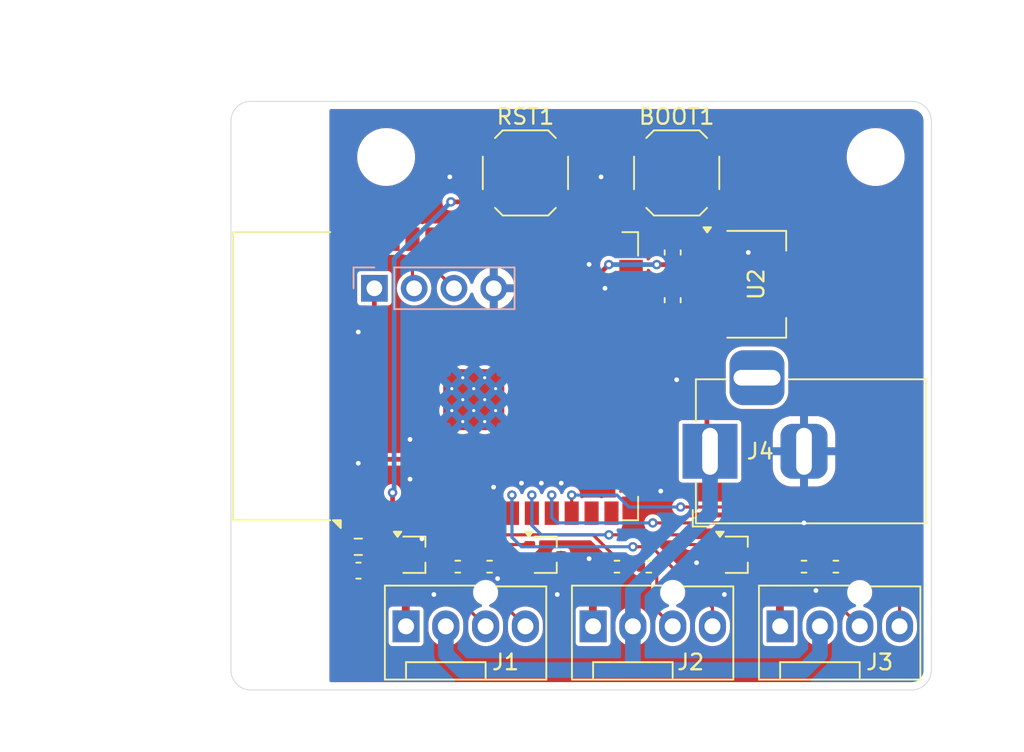
<source format=kicad_pcb>
(kicad_pcb (version 20240108) (generator "pcbnew") (generator_version "8.0")
  (layers (0 "F.Cu" signal) (31 "B.Cu" signal) (34 "B.Paste" user) (35 "F.Paste" user) (36 "B.SilkS" user "B.Silkscreen") (37 "F.SilkS" user "F.Silkscreen") (38 "B.Mask" user) (39 "F.Mask" user) (44 "Edge.Cuts" user))
  (net 0 "")
  (net 1 "fan1_PWM")
  (net 2 "GND")
  (net 3 "fan1_tach")
  (net 4 "fan2_PWM")
  (net 5 "fan2_tach")
  (net 6 "fan3_tach")
  (net 7 "fan3_PWM")
  (net 17 "Net-(U1-EN)")
  (net 18 "TX")
  (net 22 "Net-(U1-IO0)")
  (net 31 "fan3_tach_scaled")
  (net 32 "RX")
  (net 33 "+3V3")
  (net 34 "+12V")
  (net 35 "Net-(J1-Pin_1)")
  (net 36 "Net-(J2-Pin_1)")
  (net 37 "Net-(J3-Pin_1)")
  (net 38 "fan1_CTRL")
  (net 39 "fan2_CTRL")
  (net 40 "fan3_CTRL")
  (net 42 "fan2_tach_scaled")
  (net 43 "fan1_tach_scaled")
  (footprint "MountingHole:MountingHole_3.2mm_M3" (layer "F.Cu") (at 152.145999 78.485999)
    (property "Reference" "REF**" (hide yes))
    (property "Value" "MountingHole_3.2mm_M3")
    (pad "" np_thru_hole circle (at 0 0) (size 3.2 3.2) (drill 3.2) (layers "F&B.Cu" "*.Mask"))
  )
  (footprint "Package_TO_SOT_SMD:SOT-323_SC-70" (layer "F.Cu") (at 143.256 103.886)
    (property "Reference" "Q3" (hide yes))
    (property "Value" "Q_NMOS_GSD")
    (fp_line (start -0.68 -1.16) (end 0.73 -1.16) (stroke (width 0.12)) (layer "F.SilkS"))
    (fp_line (start -0.68 1.16) (end 0.73 1.16) (stroke (width 0.12)) (layer "F.SilkS"))
    (fp_line (start 0.73 -1.16) (end 0.73 -0.5) (stroke (width 0.12)) (layer "F.SilkS"))
    (fp_line (start 0.73 0.5) (end 0.73 1.16) (stroke (width 0.12)) (layer "F.SilkS"))
    (fp_poly (pts (xy -1.05 -1.14) (xy -1.29 -1.47) (xy -0.81 -1.47) (xy -1.05 -1.14)) (stroke (width 0.12)) (fill solid) (layer "F.SilkS"))
    (pad "1" smd roundrect (at -1 -0.65 270) (size 0.45 0.7) (layers "F.Cu" "F.Paste" "F.Mask") (net 40 "fan3_CTRL"))
    (pad "2" smd roundrect (at -1 0.65 270) (size 0.45 0.7) (layers "F.Cu" "F.Paste" "F.Mask") (net 2 "GND"))
    (pad "3" smd roundrect (at 1 0 270) (size 0.45 0.7) (layers "F.Cu" "F.Paste" "F.Mask") (net 37 "Net-(J3-Pin_1)"))
  )
  (footprint "Package_TO_SOT_SMD:SOT-223-3_TabPin2" (layer "F.Cu") (at 144.525999 86.613999)
    (property "Reference" "U2" (at 0 0 90) (layer "F.SilkS"))
    (property "Value" "AMS1117-3.3")
    (fp_line (start -1.85 -3.41) (end 1.91 -3.41) (stroke (width 0.12)) (layer "F.SilkS"))
    (fp_line (start -1.85 3.41) (end 1.91 3.41) (stroke (width 0.12)) (layer "F.SilkS"))
    (fp_line (start 1.91 -3.41) (end 1.91 -2.15) (stroke (width 0.12)) (layer "F.SilkS"))
    (fp_line (start 1.91 3.41) (end 1.91 2.15) (stroke (width 0.12)) (layer "F.SilkS"))
    (fp_poly (pts (xy -3.13 -3.31) (xy -3.37 -3.64) (xy -2.89 -3.64) (xy -3.13 -3.31)) (stroke (width 0.12)) (fill solid) (layer "F.SilkS"))
    (pad "1" smd roundrect (at -3.15 -2.3) (size 2 1.5) (layers "F.Cu" "F.Paste" "F.Mask") (net 2 "GND"))
    (pad "2" smd roundrect (at -3.15 0) (size 2 1.5) (layers "F.Cu" "F.Paste" "F.Mask") (net 33 "+3V3"))
    (pad "2" smd roundrect (at 3.15 0) (size 2 3.8) (layers "F.Cu" "F.Paste" "F.Mask") (net 33 "+3V3"))
    (pad "3" smd roundrect (at -3.15 2.3) (size 2 1.5) (layers "F.Cu" "F.Paste" "F.Mask") (net 34 "+12V"))
  )
  (footprint "Resistor_SMD:R_0402_1005Metric" (layer "F.Cu") (at 137.668 104.648)
    (property "Reference" "R2" (hide yes))
    (property "Value" "10k")
    (fp_line (start -0.153641 -0.38) (end 0.153641 -0.38) (stroke (width 0.12)) (layer "F.SilkS"))
    (fp_line (start -0.153641 0.38) (end 0.153641 0.38) (stroke (width 0.12)) (layer "F.SilkS"))
    (pad "1" smd roundrect (at -0.51 0) (size 0.54 0.64) (layers "F.Cu" "F.Paste" "F.Mask") (net 42 "fan2_tach_scaled"))
    (pad "2" smd roundrect (at 0.51 0) (size 0.54 0.64) (layers "F.Cu" "F.Paste" "F.Mask") (net 5 "fan2_tach"))
  )
  (footprint "Connector:FanPinHeader_1x04_P2.54mm_Vertical" (layer "F.Cu") (at 134.111999 108.457999)
    (property "Reference" "J2" (at 6.223 2.286 0) (layer "F.SilkS"))
    (property "Value" "Conn_01x04_Pin")
    (fp_line (start -1.35 -2.6) (end 4.4 -2.6) (stroke (width 0.12)) (layer "F.SilkS"))
    (fp_line (start -1.35 3.4) (end -1.35 -2.6) (stroke (width 0.12)) (layer "F.SilkS"))
    (fp_line (start 0 2.29) (end 5.08 2.29) (stroke (width 0.12)) (layer "F.SilkS"))
    (fp_line (start 0 3.3) (end 0 2.29) (stroke (width 0.12)) (layer "F.SilkS"))
    (fp_line (start 5.08 2.29) (end 5.08 3.3) (stroke (width 0.12)) (layer "F.SilkS"))
    (fp_line (start 5.75 -2.55) (end 8.95 -2.55) (stroke (width 0.12)) (layer "F.SilkS"))
    (fp_line (start 8.95 -2.55) (end 8.95 3.4) (stroke (width 0.12)) (layer "F.SilkS"))
    (fp_line (start 8.95 3.4) (end -1.35 3.4) (stroke (width 0.12)) (layer "F.SilkS"))
    (pad "" np_thru_hole circle (at 5.08 -2.16 90) (size 1.1 1.1) (drill 1.1) (layers "F&B.Cu" "*.Mask"))
    (pad "1" thru_hole rect (at 0 0 90) (size 2.03 1.73) (drill 1.02) (layers "*.Cu" "*.Mask") (net 36 "Net-(J2-Pin_1)"))
    (pad "2" thru_hole oval (at 2.54 0 90) (size 2.03 1.73) (drill 1.02) (layers "*.Cu" "*.Mask") (net 34 "+12V"))
    (pad "3" thru_hole oval (at 5.08 0 90) (size 2.03 1.73) (drill 1.02) (layers "*.Cu" "*.Mask") (net 5 "fan2_tach"))
    (pad "4" thru_hole oval (at 7.62 0 90) (size 2.03 1.73) (drill 1.02) (layers "*.Cu" "*.Mask") (net 4 "fan2_PWM"))
  )
  (footprint "Capacitor_SMD:C_0603_1608Metric" (layer "F.Cu") (at 139.191999 84.581999 90)
    (property "Reference" "C2" (hide yes))
    (property "Value" "10u")
    (fp_line (start -0.14058 -0.51) (end 0.14058 -0.51) (stroke (width 0.12)) (layer "F.SilkS"))
    (fp_line (start -0.14058 0.51) (end 0.14058 0.51) (stroke (width 0.12)) (layer "F.SilkS"))
    (pad "1" smd roundrect (at -0.775 0 90) (size 0.9 0.95) (layers "F.Cu" "F.Paste" "F.Mask") (net 33 "+3V3"))
    (pad "2" smd roundrect (at 0.775 0 90) (size 0.9 0.95) (layers "F.Cu" "F.Paste" "F.Mask") (net 2 "GND"))
  )
  (footprint "Resistor_SMD:R_0402_1005Metric" (layer "F.Cu") (at 135.636 104.648)
    (property "Reference" "R3" (hide yes))
    (property "Value" "3k3")
    (fp_line (start -0.153641 -0.38) (end 0.153641 -0.38) (stroke (width 0.12)) (layer "F.SilkS"))
    (fp_line (start -0.153641 0.38) (end 0.153641 0.38) (stroke (width 0.12)) (layer "F.SilkS"))
    (pad "1" smd roundrect (at -0.51 0) (size 0.54 0.64) (layers "F.Cu" "F.Paste" "F.Mask") (net 2 "GND"))
    (pad "2" smd roundrect (at 0.51 0) (size 0.54 0.64) (layers "F.Cu" "F.Paste" "F.Mask") (net 42 "fan2_tach_scaled"))
  )
  (footprint "Connector:FanPinHeader_1x04_P2.54mm_Vertical" (layer "F.Cu") (at 146.049999 108.457999)
    (property "Reference" "J3" (at 6.35 2.286 0) (layer "F.SilkS"))
    (property "Value" "Conn_01x04_Pin")
    (fp_line (start -1.35 -2.6) (end 4.4 -2.6) (stroke (width 0.12)) (layer "F.SilkS"))
    (fp_line (start -1.35 3.4) (end -1.35 -2.6) (stroke (width 0.12)) (layer "F.SilkS"))
    (fp_line (start 0 2.29) (end 5.08 2.29) (stroke (width 0.12)) (layer "F.SilkS"))
    (fp_line (start 0 3.3) (end 0 2.29) (stroke (width 0.12)) (layer "F.SilkS"))
    (fp_line (start 5.08 2.29) (end 5.08 3.3) (stroke (width 0.12)) (layer "F.SilkS"))
    (fp_line (start 5.75 -2.55) (end 8.95 -2.55) (stroke (width 0.12)) (layer "F.SilkS"))
    (fp_line (start 8.95 -2.55) (end 8.95 3.4) (stroke (width 0.12)) (layer "F.SilkS"))
    (fp_line (start 8.95 3.4) (end -1.35 3.4) (stroke (width 0.12)) (layer "F.SilkS"))
    (pad "" np_thru_hole circle (at 5.08 -2.16 90) (size 1.1 1.1) (drill 1.1) (layers "F&B.Cu" "*.Mask"))
    (pad "1" thru_hole rect (at 0 0 90) (size 2.03 1.73) (drill 1.02) (layers "*.Cu" "*.Mask") (net 37 "Net-(J3-Pin_1)"))
    (pad "2" thru_hole oval (at 2.54 0 90) (size 2.03 1.73) (drill 1.02) (layers "*.Cu" "*.Mask") (net 34 "+12V"))
    (pad "3" thru_hole oval (at 5.08 0 90) (size 2.03 1.73) (drill 1.02) (layers "*.Cu" "*.Mask") (net 6 "fan3_tach"))
    (pad "4" thru_hole oval (at 7.62 0 90) (size 2.03 1.73) (drill 1.02) (layers "*.Cu" "*.Mask") (net 7 "fan3_PWM"))
  )
  (footprint "Resistor_SMD:R_0402_1005Metric" (layer "F.Cu") (at 147.574 104.648)
    (property "Reference" "R7" (hide yes))
    (property "Value" "3k3")
    (fp_line (start -0.153641 -0.38) (end 0.153641 -0.38) (stroke (width 0.12)) (layer "F.SilkS"))
    (fp_line (start -0.153641 0.38) (end 0.153641 0.38) (stroke (width 0.12)) (layer "F.SilkS"))
    (pad "1" smd roundrect (at -0.51 0) (size 0.54 0.64) (layers "F.Cu" "F.Paste" "F.Mask") (net 2 "GND"))
    (pad "2" smd roundrect (at 0.51 0) (size 0.54 0.64) (layers "F.Cu" "F.Paste" "F.Mask") (net 31 "fan3_tach_scaled"))
  )
  (footprint "Resistor_SMD:R_0402_1005Metric" (layer "F.Cu") (at 149.606 104.648)
    (property "Reference" "R6" (hide yes))
    (property "Value" "10k")
    (fp_line (start -0.153641 -0.38) (end 0.153641 -0.38) (stroke (width 0.12)) (layer "F.SilkS"))
    (fp_line (start -0.153641 0.38) (end 0.153641 0.38) (stroke (width 0.12)) (layer "F.SilkS"))
    (pad "1" smd roundrect (at -0.51 0) (size 0.54 0.64) (layers "F.Cu" "F.Paste" "F.Mask") (net 31 "fan3_tach_scaled"))
    (pad "2" smd roundrect (at 0.51 0) (size 0.54 0.64) (layers "F.Cu" "F.Paste" "F.Mask") (net 6 "fan3_tach"))
  )
  (footprint "RF_Module:ESP32-S3-WROOM-1" (layer "F.Cu") (at 124.034999 92.482999 90)
    (property "Reference" "U1" (hide yes))
    (property "Value" "ESP32-S3-WROOM-1")
    (fp_line (start 9.2 -12.9) (end 9.2 -6.7) (stroke (width 0.12)) (layer "F.SilkS"))
    (fp_line (start -9.2 -12.9) (end 9.2 -12.9) (stroke (width 0.12)) (layer "F.SilkS"))
    (fp_line (start -9.2 -12.9) (end -9.2 -6.7) (stroke (width 0.12)) (layer "F.SilkS"))
    (fp_line (start -9.2 11.95) (end -9.2 12.95) (stroke (width 0.12)) (layer "F.SilkS"))
    (fp_line (start 9.2 12.95) (end 9.2 11.95) (stroke (width 0.12)) (layer "F.SilkS"))
    (fp_line (start 9.2 12.95) (end 7.7 12.95) (stroke (width 0.12)) (layer "F.SilkS"))
    (fp_line (start -9.2 12.95) (end -7.7 12.95) (stroke (width 0.12)) (layer "F.SilkS"))
    (fp_poly (pts (xy -9.2 -6.025) (xy -9.7 -6.025) (xy -9.2 -6.525) (xy -9.2 -6.025)) (stroke (width 0.12)) (fill solid) (layer "F.SilkS"))
    (pad "1" smd rect (at -8.75 -5.26 90) (size 1.5 0.9) (layers "F.Cu" "F.Paste" "F.Mask") (net 2 "GND"))
    (pad "2" smd rect (at -8.75 -3.99 90) (size 1.5 0.9) (layers "F.Cu" "F.Paste" "F.Mask") (net 33 "+3V3"))
    (pad "3" smd rect (at -8.75 -2.72 90) (size 1.5 0.9) (layers "F.Cu" "F.Paste" "F.Mask") (net 17 "Net-(U1-EN)"))
    (pad "4" smd rect (at -8.75 -1.45 90) (size 1.5 0.9) (layers "F.Cu" "F.Paste" "F.Mask") (net 38 "fan1_CTRL"))
    (pad "5" smd rect (at -8.75 -0.18 90) (size 1.5 0.9) (layers "F.Cu" "F.Paste" "F.Mask") (net 43 "fan1_tach_scaled"))
    (pad "6" smd rect (at -8.75 1.09 90) (size 1.5 0.9) (layers "F.Cu" "F.Paste" "F.Mask") (net 1 "fan1_PWM"))
    (pad "7" smd rect (at -8.75 2.36 90) (size 1.5 0.9) (layers "F.Cu" "F.Paste" "F.Mask") (net 39 "fan2_CTRL"))
    (pad "8" smd rect (at -8.75 3.63 90) (size 1.5 0.9) (layers "F.Cu" "F.Paste" "F.Mask") (net 42 "fan2_tach_scaled"))
    (pad "9" smd rect (at -8.75 4.9 90) (size 1.5 0.9) (layers "F.Cu" "F.Paste" "F.Mask") (net 4 "fan2_PWM"))
    (pad "10" smd rect (at -8.75 6.17 90) (size 1.5 0.9) (layers "F.Cu" "F.Paste" "F.Mask") (net 40 "fan3_CTRL"))
    (pad "11" smd rect (at -8.75 7.44 90) (size 1.5 0.9) (layers "F.Cu" "F.Paste" "F.Mask") (net 31 "fan3_tach_scaled"))
    (pad "12" smd rect (at -8.75 8.71 90) (size 1.5 0.9) (layers "F.Cu" "F.Paste" "F.Mask") (net 7 "fan3_PWM"))
    (pad "13" smd rect (at -8.75 9.98 90) (size 1.5 0.9) (layers "F.Cu" "F.Paste" "F.Mask"))
    (pad "14" smd rect (at -8.75 11.25 270) (size 1.5 0.9) (layers "F.Cu" "F.Paste" "F.Mask"))
    (pad "15" smd rect (at -6.985 12.5) (size 1.5 0.9) (layers "F.Cu" "F.Paste" "F.Mask"))
    (pad "16" smd rect (at -5.715 12.5) (size 1.5 0.9) (layers "F.Cu" "F.Paste" "F.Mask"))
    (pad "17" smd rect (at -4.445 12.5) (size 1.5 0.9) (layers "F.Cu" "F.Paste" "F.Mask"))
    (pad "18" smd rect (at -3.175 12.5) (size 1.5 0.9) (layers "F.Cu" "F.Paste" "F.Mask"))
    (pad "19" smd rect (at -1.905 12.5) (size 1.5 0.9) (layers "F.Cu" "F.Paste" "F.Mask"))
    (pad "20" smd rect (at -0.635 12.5) (size 1.5 0.9) (layers "F.Cu" "F.Paste" "F.Mask"))
    (pad "21" smd rect (at 0.635 12.5) (size 1.5 0.9) (layers "F.Cu" "F.Paste" "F.Mask"))
    (pad "22" smd rect (at 1.905 12.5) (size 1.5 0.9) (layers "F.Cu" "F.Paste" "F.Mask"))
    (pad "23" smd rect (at 3.175 12.5) (size 1.5 0.9) (layers "F.Cu" "F.Paste" "F.Mask"))
    (pad "24" smd rect (at 4.445 12.5) (size 1.5 0.9) (layers "F.Cu" "F.Paste" "F.Mask"))
    (pad "25" smd rect (at 5.715 12.5) (size 1.5 0.9) (layers "F.Cu" "F.Paste" "F.Mask"))
    (pad "26" smd rect (at 6.985 12.5) (size 1.5 0.9) (layers "F.Cu" "F.Paste" "F.Mask"))
    (pad "27" smd rect (at 8.75 11.25 90) (size 1.5 0.9) (layers "F.Cu" "F.Paste" "F.Mask") (net 22 "Net-(U1-IO0)"))
    (pad "28" smd rect (at 8.75 9.98 90) (size 1.5 0.9) (layers "F.Cu" "F.Paste" "F.Mask"))
    (pad "29" smd rect (at 8.75 8.71 90) (size 1.5 0.9) (layers "F.Cu" "F.Paste" "F.Mask"))
    (pad "30" smd rect (at 8.75 7.44 90) (size 1.5 0.9) (layers "F.Cu" "F.Paste" "F.Mask"))
    (pad "31" smd rect (at 8.75 6.17 90) (size 1.5 0.9) (layers "F.Cu" "F.Paste" "F.Mask"))
    (pad "32" smd rect (at 8.75 4.9 90) (size 1.5 0.9) (layers "F.Cu" "F.Paste" "F.Mask"))
    (pad "33" smd rect (at 8.75 3.63 90) (size 1.5 0.9) (layers "F.Cu" "F.Paste" "F.Mask"))
    (pad "34" smd rect (at 8.75 2.36 90) (size 1.5 0.9) (layers "F.Cu" "F.Paste" "F.Mask"))
    (pad "35" smd rect (at 8.75 1.09 90) (size 1.5 0.9) (layers "F.Cu" "F.Paste" "F.Mask"))
    (pad "36" smd rect (at 8.75 -0.18 90) (size 1.5 0.9) (layers "F.Cu" "F.Paste" "F.Mask") (net 32 "RX"))
    (pad "37" smd rect (at 8.75 -1.45 90) (size 1.5 0.9) (layers "F.Cu" "F.Paste" "F.Mask") (net 18 "TX"))
    (pad "38" smd rect (at 8.75 -2.72 90) (size 1.5 0.9) (layers "F.Cu" "F.Paste" "F.Mask"))
    (pad "39" smd rect (at 8.75 -3.99 90) (size 1.5 0.9) (layers "F.Cu" "F.Paste" "F.Mask"))
    (pad "40" smd rect (at 8.75 -5.26 90) (size 1.5 0.9) (layers "F.Cu" "F.Paste" "F.Mask") (net 2 "GND"))
    (pad "41" thru_hole circle (at -2.9 1.76 180) (size 0.6 0.6) (drill 0.2) (property pad_prop_heatsink) (layers "*.Cu" "F.Mask") (net 2 "GND"))
    (pad "41" thru_hole circle (at -2.9 3.16 90) (size 0.6 0.6) (drill 0.2) (property pad_prop_heatsink) (layers "*.Cu" "F.Mask") (net 2 "GND"))
    (pad "41" thru_hole circle (at -2.2 1.06 90) (size 0.6 0.6) (drill 0.2) (property pad_prop_heatsink) (layers "*.Cu" "F.Mask") (net 2 "GND"))
    (pad "41" thru_hole circle (at -2.2 2.46 90) (size 0.6 0.6) (drill 0.2) (property pad_prop_heatsink) (layers "*.Cu" "F.Mask") (net 2 "GND"))
    (pad "41" thru_hole circle (at -2.2 3.86 90) (size 0.6 0.6) (drill 0.2) (property pad_prop_heatsink) (layers "*.Cu" "F.Mask") (net 2 "GND"))
    (pad "41" thru_hole circle (at -1.5 1.76 90) (size 0.6 0.6) (drill 0.2) (property pad_prop_heatsink) (layers "*.Cu" "F.Mask") (net 2 "GND"))
    (pad "41" smd rect (at -1.5 2.46) (size 3.9 3.9) (layers "F.Cu" "F.Mask") (net 2 "GND"))
    (pad "41" thru_hole circle (at -1.5 3.16 90) (size 0.6 0.6) (drill 0.2) (property pad_prop_heatsink) (layers "*.Cu" "F.Mask") (net 2 "GND"))
    (pad "41" thru_hole circle (at -0.8 1.06 90) (size 0.6 0.6) (drill 0.2) (property pad_prop_heatsink) (layers "*.Cu" "F.Mask") (net 2 "GND"))
    (pad "41" thru_hole circle (at -0.8 2.46 90) (size 0.6 0.6) (drill 0.2) (property pad_prop_heatsink) (layers "*.Cu" "F.Mask") (net 2 "GND"))
    (pad "41" thru_hole circle (at -0.8 3.86 90) (size 0.6 0.6) (drill 0.2) (property pad_prop_heatsink) (layers "*.Cu" "F.Mask") (net 2 "GND"))
    (pad "41" thru_hole circle (at -0.1 1.76 90) (size 0.6 0.6) (drill 0.2) (property pad_prop_heatsink) (layers "*.Cu" "F.Mask") (net 2 "GND"))
    (pad "41" thru_hole circle (at -0.1 3.16 90) (size 0.6 0.6) (drill 0.2) (property pad_prop_heatsink) (layers "*.Cu" "F.Mask") (net 2 "GND"))
    (zone (net 0) (net_name "") (layers "F&B.Cu") (connect_pads (clearance 0)) (min_thickness 0.254)
      (keepout (tracks not_allowed) (vias not_allowed) (pads not_allowed) (copperpour not_allowed) (footprints not_allowed))
      (fill (thermal_gap 0.508) (thermal_bridge_width 0.508))
      (polygon (pts (xy 117.284999 116.482999) (xy 117.284999 68.482999) (xy 96.284999 68.482999) (xy 96.284999 116.482999)))
    )
  )
  (footprint "MountingHole:MountingHole_3.2mm_M3" (layer "F.Cu") (at 120.903999 78.485999)
    (property "Reference" "REF**" (hide yes))
    (property "Value" "MountingHole_3.2mm_M3")
    (pad "" np_thru_hole circle (at 0 0) (size 3.2 3.2) (drill 3.2) (layers "F&B.Cu" "*.Mask"))
  )
  (footprint "Package_TO_SOT_SMD:SOT-323_SC-70" (layer "F.Cu") (at 131.064 103.886)
    (property "Reference" "Q2" (hide yes))
    (property "Value" "Q_NMOS_GSD")
    (fp_line (start -0.68 -1.16) (end 0.73 -1.16) (stroke (width 0.12)) (layer "F.SilkS"))
    (fp_line (start -0.68 1.16) (end 0.73 1.16) (stroke (width 0.12)) (layer "F.SilkS"))
    (fp_line (start 0.73 -1.16) (end 0.73 -0.5) (stroke (width 0.12)) (layer "F.SilkS"))
    (fp_line (start 0.73 0.5) (end 0.73 1.16) (stroke (width 0.12)) (layer "F.SilkS"))
    (fp_poly (pts (xy -1.05 -1.14) (xy -1.29 -1.47) (xy -0.81 -1.47) (xy -1.05 -1.14)) (stroke (width 0.12)) (fill solid) (layer "F.SilkS"))
    (pad "1" smd roundrect (at -1 -0.65 270) (size 0.45 0.7) (layers "F.Cu" "F.Paste" "F.Mask") (net 39 "fan2_CTRL"))
    (pad "2" smd roundrect (at -1 0.65 270) (size 0.45 0.7) (layers "F.Cu" "F.Paste" "F.Mask") (net 2 "GND"))
    (pad "3" smd roundrect (at 1 0 270) (size 0.45 0.7) (layers "F.Cu" "F.Paste" "F.Mask") (net 36 "Net-(J2-Pin_1)"))
  )
  (footprint "Capacitor_SMD:C_0603_1608Metric" (layer "F.Cu") (at 139.191999 87.629999 90)
    (property "Reference" "C1" (hide yes))
    (property "Value" "10u")
    (fp_line (start -0.14058 -0.51) (end 0.14058 -0.51) (stroke (width 0.12)) (layer "F.SilkS"))
    (fp_line (start -0.14058 0.51) (end 0.14058 0.51) (stroke (width 0.12)) (layer "F.SilkS"))
    (pad "1" smd roundrect (at -0.775 0 90) (size 0.9 0.95) (layers "F.Cu" "F.Paste" "F.Mask") (net 34 "+12V"))
    (pad "2" smd roundrect (at 0.775 0 90) (size 0.9 0.95) (layers "F.Cu" "F.Paste" "F.Mask") (net 2 "GND"))
  )
  (footprint "Resistor_SMD:R_0402_1005Metric" (layer "F.Cu") (at 127.508 104.648 180)
    (property "Reference" "R5" (hide yes))
    (property "Value" "3k3")
    (fp_line (start -0.153641 0.38) (end 0.153641 0.38) (stroke (width 0.12)) (layer "F.SilkS"))
    (fp_line (start -0.153641 -0.38) (end 0.153641 -0.38) (stroke (width 0.12)) (layer "F.SilkS"))
    (pad "1" smd roundrect (at -0.51 0 180) (size 0.54 0.64) (layers "F.Cu" "F.Paste" "F.Mask") (net 2 "GND"))
    (pad "2" smd roundrect (at 0.51 0 180) (size 0.54 0.64) (layers "F.Cu" "F.Paste" "F.Mask") (net 43 "fan1_tach_scaled"))
  )
  (footprint "Resistor_SMD:R_0402_1005Metric" (layer "F.Cu") (at 125.476 104.648 180)
    (property "Reference" "R4" (hide yes))
    (property "Value" "10k")
    (fp_line (start -0.153641 0.38) (end 0.153641 0.38) (stroke (width 0.12)) (layer "F.SilkS"))
    (fp_line (start -0.153641 -0.38) (end 0.153641 -0.38) (stroke (width 0.12)) (layer "F.SilkS"))
    (pad "1" smd roundrect (at -0.51 0 180) (size 0.54 0.64) (layers "F.Cu" "F.Paste" "F.Mask") (net 43 "fan1_tach_scaled"))
    (pad "2" smd roundrect (at 0.51 0 180) (size 0.54 0.64) (layers "F.Cu" "F.Paste" "F.Mask") (net 3 "fan1_tach"))
  )
  (footprint "Button_Switch_SMD:SW_SPST_SKQG_WithStem" (layer "F.Cu") (at 139.445999 79.501999)
    (property "Reference" "BOOT1" (at 0 -3.6 0) (layer "F.SilkS"))
    (property "Value" "SW_Push")
    (fp_line (start -2.72 1.04) (end -2.72 -1.04) (stroke (width 0.12)) (layer "F.SilkS"))
    (fp_line (start -1.45 -2.72) (end -1.94 -2.23) (stroke (width 0.12)) (layer "F.SilkS"))
    (fp_line (start -1.45 -2.72) (end 1.45 -2.72) (stroke (width 0.12)) (layer "F.SilkS"))
    (fp_line (start -1.45 2.72) (end -1.94 2.23) (stroke (width 0.12)) (layer "F.SilkS"))
    (fp_line (start -1.45 2.72) (end 1.45 2.72) (stroke (width 0.12)) (layer "F.SilkS"))
    (fp_line (start 1.45 -2.72) (end 1.94 -2.23) (stroke (width 0.12)) (layer "F.SilkS"))
    (fp_line (start 1.45 2.72) (end 1.94 2.23) (stroke (width 0.12)) (layer "F.SilkS"))
    (fp_line (start 2.72 1.04) (end 2.72 -1.04) (stroke (width 0.12)) (layer "F.SilkS"))
    (pad "1" smd rect (at -3.1 -1.85) (size 1.8 1.1) (layers "F.Cu" "F.Paste" "F.Mask") (net 2 "GND"))
    (pad "1" smd rect (at 3.1 -1.85) (size 1.8 1.1) (layers "F.Cu" "F.Paste" "F.Mask") (net 2 "GND"))
    (pad "2" smd rect (at -3.1 1.85) (size 1.8 1.1) (layers "F.Cu" "F.Paste" "F.Mask") (net 22 "Net-(U1-IO0)"))
    (pad "2" smd rect (at 3.1 1.85) (size 1.8 1.1) (layers "F.Cu" "F.Paste" "F.Mask") (net 22 "Net-(U1-IO0)"))
    (zone (net 0) (net_name "") (layer "F.Cu") (connect_pads (clearance 0)) (min_thickness 0.254)
      (keepout (tracks not_allowed) (vias not_allowed) (pads not_allowed) (copperpour not_allowed) (footprints not_allowed))
      (fill (thermal_gap 0.508) (thermal_bridge_width 0.508))
      (polygon (pts (xy 135.445999 78.201999) (xy 138.445999 78.201999) (xy 138.445999 80.801999) (xy 135.445999 80.801999)))
    )
    (zone (net 0) (net_name "") (layer "F.Cu") (connect_pads (clearance 0)) (min_thickness 0.254)
      (keepout (tracks not_allowed) (vias not_allowed) (pads not_allowed) (copperpour not_allowed) (footprints not_allowed))
      (fill (thermal_gap 0.508) (thermal_bridge_width 0.508))
      (polygon (pts (xy 140.445999 78.201999) (xy 143.445999 78.201999) (xy 143.445999 80.801999) (xy 140.445999 80.801999)))
    )
  )
  (footprint "Connector:FanPinHeader_1x04_P2.54mm_Vertical" (layer "F.Cu") (at 122.173999 108.457999)
    (property "Reference" "J1" (at 6.35 2.286 0) (layer "F.SilkS"))
    (property "Value" "Conn_01x04_Pin")
    (fp_line (start -1.35 -2.6) (end 4.4 -2.6) (stroke (width 0.12)) (layer "F.SilkS"))
    (fp_line (start -1.35 3.4) (end -1.35 -2.6) (stroke (width 0.12)) (layer "F.SilkS"))
    (fp_line (start 0 2.29) (end 5.08 2.29) (stroke (width 0.12)) (layer "F.SilkS"))
    (fp_line (start 0 3.3) (end 0 2.29) (stroke (width 0.12)) (layer "F.SilkS"))
    (fp_line (start 5.08 2.29) (end 5.08 3.3) (stroke (width 0.12)) (layer "F.SilkS"))
    (fp_line (start 5.75 -2.55) (end 8.95 -2.55) (stroke (width 0.12)) (layer "F.SilkS"))
    (fp_line (start 8.95 -2.55) (end 8.95 3.4) (stroke (width 0.12)) (layer "F.SilkS"))
    (fp_line (start 8.95 3.4) (end -1.35 3.4) (stroke (width 0.12)) (layer "F.SilkS"))
    (pad "" np_thru_hole circle (at 5.08 -2.16 90) (size 1.1 1.1) (drill 1.1) (layers "F&B.Cu" "*.Mask"))
    (pad "1" thru_hole rect (at 0 0 90) (size 2.03 1.73) (drill 1.02) (layers "*.Cu" "*.Mask") (net 35 "Net-(J1-Pin_1)"))
    (pad "2" thru_hole oval (at 2.54 0 90) (size 2.03 1.73) (drill 1.02) (layers "*.Cu" "*.Mask") (net 34 "+12V"))
    (pad "3" thru_hole oval (at 5.08 0 90) (size 2.03 1.73) (drill 1.02) (layers "*.Cu" "*.Mask") (net 3 "fan1_tach"))
    (pad "4" thru_hole oval (at 7.62 0 90) (size 2.03 1.73) (drill 1.02) (layers "*.Cu" "*.Mask") (net 1 "fan1_PWM"))
  )
  (footprint "Connector_BarrelJack:BarrelJack_Horizontal" (layer "F.Cu") (at 141.573999 97.281999 180)
    (property "Reference" "J4" (at -3.206 0 0) (layer "F.SilkS"))
    (property "Value" "12v")
    (fp_line (start 1.1 -3.75) (end 1.1 -4.8) (stroke (width 0.12)) (layer "F.SilkS"))
    (fp_line (start 0.9 4.6) (end -1 4.6) (stroke (width 0.12)) (layer "F.SilkS"))
    (fp_line (start 0.9 1.9) (end 0.9 4.6) (stroke (width 0.12)) (layer "F.SilkS"))
    (fp_line (start 0.9 -4.6) (end 0.9 -2) (stroke (width 0.12)) (layer "F.SilkS"))
    (fp_line (start 0.05 -4.8) (end 1.1 -4.8) (stroke (width 0.12)) (layer "F.SilkS"))
    (fp_line (start -5 4.6) (end -13.8 4.6) (stroke (width 0.12)) (layer "F.SilkS"))
    (fp_line (start -13.8 4.6) (end -13.8 -4.6) (stroke (width 0.12)) (layer "F.SilkS"))
    (fp_line (start -13.8 -4.6) (end 0.9 -4.6) (stroke (width 0.12)) (layer "F.SilkS"))
    (pad "1" thru_hole rect (at 0 0 180) (size 3.5 3.5) (drill oval 1 3) (layers "*.Cu" "*.Mask") (net 34 "+12V"))
    (pad "2" thru_hole roundrect (at -6 0 180) (size 3 3.5) (drill oval 1 3) (layers "*.Cu" "*.Mask") (net 2 "GND"))
    (pad "3" thru_hole roundrect (at -3 4.7 180) (size 3.5 3.5) (drill oval 3 1) (layers "*.Cu" "*.Mask"))
  )
  (footprint "Package_TO_SOT_SMD:SOT-323_SC-70" (layer "F.Cu") (at 122.681999 103.885999)
    (property "Reference" "Q1" (hide yes))
    (property "Value" "Q_NMOS_GSD")
    (fp_line (start -0.68 -1.16) (end 0.73 -1.16) (stroke (width 0.12)) (layer "F.SilkS"))
    (fp_line (start -0.68 1.16) (end 0.73 1.16) (stroke (width 0.12)) (layer "F.SilkS"))
    (fp_line (start 0.73 -1.16) (end 0.73 -0.5) (stroke (width 0.12)) (layer "F.SilkS"))
    (fp_line (start 0.73 0.5) (end 0.73 1.16) (stroke (width 0.12)) (layer "F.SilkS"))
    (fp_poly (pts (xy -1.05 -1.14) (xy -1.29 -1.47) (xy -0.81 -1.47) (xy -1.05 -1.14)) (stroke (width 0.12)) (fill solid) (layer "F.SilkS"))
    (pad "1" smd roundrect (at -1 -0.65 270) (size 0.45 0.7) (layers "F.Cu" "F.Paste" "F.Mask") (net 38 "fan1_CTRL"))
    (pad "2" smd roundrect (at -1 0.65 270) (size 0.45 0.7) (layers "F.Cu" "F.Paste" "F.Mask") (net 2 "GND"))
    (pad "3" smd roundrect (at 1 0 270) (size 0.45 0.7) (layers "F.Cu" "F.Paste" "F.Mask") (net 35 "Net-(J1-Pin_1)"))
  )
  (footprint "Resistor_SMD:R_0603_1608Metric" (layer "F.Cu") (at 119.125999 103.377999 180)
    (property "Reference" "R1" (hide yes))
    (property "Value" "10k")
    (fp_line (start -0.237258 0.5225) (end 0.237258 0.5225) (stroke (width 0.12)) (layer "F.SilkS"))
    (fp_line (start -0.237258 -0.5225) (end 0.237258 -0.5225) (stroke (width 0.12)) (layer "F.SilkS"))
    (pad "1" smd roundrect (at -0.825 0 180) (size 0.8 0.95) (layers "F.Cu" "F.Paste" "F.Mask") (net 17 "Net-(U1-EN)"))
    (pad "2" smd roundrect (at 0.825 0 180) (size 0.8 0.95) (layers "F.Cu" "F.Paste" "F.Mask") (net 33 "+3V3"))
  )
  (footprint "Capacitor_SMD:C_0603_1608Metric" (layer "F.Cu") (at 119.139 104.902)
    (property "Reference" "C3" (hide yes))
    (property "Value" "10u")
    (fp_line (start -0.14058 -0.51) (end 0.14058 -0.51) (stroke (width 0.12)) (layer "F.SilkS"))
    (fp_line (start -0.14058 0.51) (end 0.14058 0.51) (stroke (width 0.12)) (layer "F.SilkS"))
    (pad "1" smd roundrect (at -0.775 0) (size 0.9 0.95) (layers "F.Cu" "F.Paste" "F.Mask") (net 33 "+3V3"))
    (pad "2" smd roundrect (at 0.775 0) (size 0.9 0.95) (layers "F.Cu" "F.Paste" "F.Mask") (net 2 "GND"))
  )
  (footprint "Button_Switch_SMD:SW_SPST_SKQG_WithStem" (layer "F.Cu") (at 129.793999 79.501999)
    (property "Reference" "RST1" (at 0 -3.6 0) (layer "F.SilkS"))
    (property "Value" "SW_Push")
    (fp_line (start -2.72 1.04) (end -2.72 -1.04) (stroke (width 0.12)) (layer "F.SilkS"))
    (fp_line (start -1.45 -2.72) (end -1.94 -2.23) (stroke (width 0.12)) (layer "F.SilkS"))
    (fp_line (start -1.45 -2.72) (end 1.45 -2.72) (stroke (width 0.12)) (layer "F.SilkS"))
    (fp_line (start -1.45 2.72) (end -1.94 2.23) (stroke (width 0.12)) (layer "F.SilkS"))
    (fp_line (start -1.45 2.72) (end 1.45 2.72) (stroke (width 0.12)) (layer "F.SilkS"))
    (fp_line (start 1.45 -2.72) (end 1.94 -2.23) (stroke (width 0.12)) (layer "F.SilkS"))
    (fp_line (start 1.45 2.72) (end 1.94 2.23) (stroke (width 0.12)) (layer "F.SilkS"))
    (fp_line (start 2.72 1.04) (end 2.72 -1.04) (stroke (width 0.12)) (layer "F.SilkS"))
    (pad "1" smd rect (at -3.1 -1.85) (size 1.8 1.1) (layers "F.Cu" "F.Paste" "F.Mask") (net 2 "GND"))
    (pad "1" smd rect (at 3.1 -1.85) (size 1.8 1.1) (layers "F.Cu" "F.Paste" "F.Mask") (net 2 "GND"))
    (pad "2" smd rect (at -3.1 1.85) (size 1.8 1.1) (layers "F.Cu" "F.Paste" "F.Mask") (net 17 "Net-(U1-EN)"))
    (pad "2" smd rect (at 3.1 1.85) (size 1.8 1.1) (layers "F.Cu" "F.Paste" "F.Mask") (net 17 "Net-(U1-EN)"))
    (zone (net 0) (net_name "") (layer "F.Cu") (connect_pads (clearance 0)) (min_thickness 0.254)
      (keepout (tracks not_allowed) (vias not_allowed) (pads not_allowed) (copperpour not_allowed) (footprints not_allowed))
      (fill (thermal_gap 0.508) (thermal_bridge_width 0.508))
      (polygon (pts (xy 125.793999 78.201999) (xy 128.793999 78.201999) (xy 128.793999 80.801999) (xy 125.793999 80.801999)))
    )
    (zone (net 0) (net_name "") (layer "F.Cu") (connect_pads (clearance 0)) (min_thickness 0.254)
      (keepout (tracks not_allowed) (vias not_allowed) (pads not_allowed) (copperpour not_allowed) (footprints not_allowed))
      (fill (thermal_gap 0.508) (thermal_bridge_width 0.508))
      (polygon (pts (xy 130.793999 78.201999) (xy 133.793999 78.201999) (xy 133.793999 80.801999) (xy 130.793999 80.801999)))
    )
  )
  (footprint "Connector_PinHeader_2.54mm:PinHeader_1x04_P2.54mm_Vertical" (layer "B.Cu") (at 120.152 86.868 -90)
    (property "Reference" "J5" (hide yes))
    (property "Value" "Conn_01x04_Pin")
    (fp_line (start -1.33 1.33) (end -1.33 0) (stroke (width 0.12)) (layer "B.SilkS"))
    (fp_line (start 0 1.33) (end -1.33 1.33) (stroke (width 0.12)) (layer "B.SilkS"))
    (fp_line (start 1.33 -1.27) (end -1.33 -1.27) (stroke (width 0.12)) (layer "B.SilkS"))
    (fp_line (start -1.33 -8.95) (end -1.33 -1.27) (stroke (width 0.12)) (layer "B.SilkS"))
    (fp_line (start 1.33 -8.95) (end 1.33 -1.27) (stroke (width 0.12)) (layer "B.SilkS"))
    (fp_line (start 1.33 -8.95) (end -1.33 -8.95) (stroke (width 0.12)) (layer "B.SilkS"))
    (pad "1" thru_hole rect (at 0 0 270) (size 1.7 1.7) (drill 1) (layers "*.Cu" "*.Mask") (net 33 "+3V3"))
    (pad "2" thru_hole oval (at 0 -2.54 270) (size 1.7 1.7) (drill 1) (layers "*.Cu" "*.Mask") (net 18 "TX"))
    (pad "3" thru_hole oval (at 0 -5.08 270) (size 1.7 1.7) (drill 1) (layers "*.Cu" "*.Mask") (net 32 "RX"))
    (pad "4" thru_hole oval (at 0 -7.62 270) (size 1.7 1.7) (drill 1) (layers "*.Cu" "*.Mask") (net 2 "GND"))
  )
  (gr_arc (start 110.998 76.2) (mid 111.369974 75.301974) (end 112.268 74.93) (stroke (width 0.05)) (layer "Edge.Cuts"))
  (gr_line (start 112.268 112.521998) (end 154.431999 112.521999) (stroke (width 0.05)) (layer "Edge.Cuts"))
  (gr_arc (start 154.431999 74.929999) (mid 155.330025 75.301973) (end 155.701999 76.199999) (stroke (width 0.05)) (layer "Edge.Cuts"))
  (gr_arc (start 112.268 112.521998) (mid 111.369974 112.150024) (end 110.998 111.251998) (stroke (width 0.05)) (layer "Edge.Cuts"))
  (gr_arc (start 155.701999 111.251999) (mid 155.330025 112.150025) (end 154.431999 112.521999) (stroke (width 0.05)) (layer "Edge.Cuts"))
  (gr_line (start 154.431999 74.929999) (end 112.268 74.93) (stroke (width 0.05)) (layer "Edge.Cuts"))
  (gr_line (start 110.998 76.2) (end 110.998 111.251998) (stroke (width 0.05)) (layer "Edge.Cuts"))
  (gr_line (start 155.701999 111.251999) (end 155.701999 76.199999) (stroke (width 0.05)) (layer "Edge.Cuts"))
  (segment (start 125.124999 101.232999) (end 125.124999 102.264999) (width 0.2) (layer "F.Cu") (net 1))
  (segment (start 126.746 103.886) (end 128.524 103.886) (width 0.2) (layer "F.Cu") (net 1))
  (segment (start 128.524 103.886) (end 128.778 104.14) (width 0.2) (layer "F.Cu") (net 1))
  (segment (start 128.778 107.442) (end 129.793999 108.457999) (width 0.2) (layer "F.Cu") (net 1))
  (segment (start 128.778 104.14) (end 128.778 107.442) (width 0.2) (layer "F.Cu") (net 1))
  (segment (start 125.124999 102.264999) (end 126.746 103.886) (width 0.2) (layer "F.Cu") (net 1))
  (segment (start 128.018 105.408) (end 128.016 105.41) (width 0.3) (layer "F.Cu") (net 2))
  (segment (start 121.681999 104.535999) (end 120.280001 104.535999) (width 0.3) (layer "F.Cu") (net 2))
  (segment (start 120.280001 104.535999) (end 119.914 104.902) (width 0.3) (layer "F.Cu") (net 2))
  (segment (start 139.191999 86.854999) (end 139.967 87.63) (width 0.3) (layer "F.Cu") (net 2))
  (segment (start 128.018 104.648) (end 128.018 105.408) (width 0.3) (layer "F.Cu") (net 2))
  (segment (start 139.967 87.63) (end 140.208 87.63) (width 0.3) (layer "F.Cu") (net 2))
  (via (at 122.428 99.06) (size 0.6) (drill 0.3) (layers "F.Cu" "B.Cu") (net 2))
  (via (at 123.19 102.87) (size 0.6) (drill 0.3) (layers "F.Cu" "B.Cu") (net 2))
  (via (at 119.126 89.662) (size 0.6) (drill 0.3) (layers "F.Cu" "B.Cu") (net 2))
  (via (at 142.494 106.426) (size 0.6) (drill 0.3) (layers "F.Cu" "B.Cu") (net 2))
  (via (at 134.62 79.756) (size 0.6) (drill 0.3) (layers "F.Cu" "B.Cu") (net 2))
  (via (at 131.826 106.426) (size 0.6) (drill 0.3) (layers "F.Cu" "B.Cu") (net 2))
  (via (at 140.716 104.394) (size 0.6) (drill 0.3) (layers "F.Cu" "B.Cu") (net 2))
  (via (at 130.81 99.314) (size 0.6) (drill 0.3) (layers "F.Cu" "B.Cu") (net 2))
  (via (at 138.43 99.822) (size 0.6) (drill 0.3) (layers "F.Cu" "B.Cu") (net 2))
  (via (at 129.54 99.314) (size 0.6) (drill 0.3) (layers "F.Cu" "B.Cu") (net 2))
  (via (at 144.018 84.582) (size 0.6) (drill 0.3) (layers "F.Cu" "B.Cu") (net 2))
  (via (at 127.762 99.568) (size 0.6) (drill 0.3) (layers "F.Cu" "B.Cu") (net 2))
  (via (at 147.574 101.854) (size 0.6) (drill 0.3) (layers "F.Cu" "B.Cu") (net 2))
  (via (at 148.336 106.172) (size 0.6) (drill 0.3) (layers "F.Cu" "B.Cu") (net 2))
  (via (at 128.016 105.41) (size 0.6) (drill 0.3) (layers "F.Cu" "B.Cu") (net 2))
  (via (at 133.858 104.14) (size 0.6) (drill 0.3) (layers "F.Cu" "B.Cu") (net 2))
  (via (at 139.446 92.71) (size 0.6) (drill 0.3) (layers "F.Cu" "B.Cu") (net 2))
  (via (at 134.874 86.868) (size 0.6) (drill 0.3) (layers "F.Cu" "B.Cu") (net 2))
  (via (at 132.08 99.314) (size 0.6) (drill 0.3) (layers "F.Cu" "B.Cu") (net 2))
  (via (at 119.126 98.044) (size 0.6) (drill 0.3) (layers "F.Cu" "B.Cu") (net 2))
  (via (at 133.858 85.344) (size 0.6) (drill 0.3) (layers "F.Cu" "B.Cu") (net 2))
  (via (at 123.952 106.426) (size 0.6) (drill 0.3) (layers "F.Cu" "B.Cu") (net 2))
  (via (at 122.428 96.52) (size 0.6) (drill 0.3) (layers "F.Cu" "B.Cu") (net 2))
  (via (at 124.968 79.756) (size 0.6) (drill 0.3) (layers "F.Cu" "B.Cu") (net 2))
  (segment (start 124.966 106.17) (end 127.253999 108.457999) (width 0.2) (layer "F.Cu") (net 3))
  (segment (start 124.966 104.648) (end 124.966 106.17) (width 0.2) (layer "F.Cu") (net 3))
  (segment (start 137.846924 103.378) (end 136.652 103.378) (width 0.2) (layer "F.Cu") (net 4))
  (segment (start 128.934999 100.076) (end 128.934999 101.232999) (width 0.2) (layer "F.Cu") (net 4))
  (segment (start 141.731999 107.263075) (end 137.846924 103.378) (width 0.2) (layer "F.Cu") (net 4))
  (segment (start 141.731999 108.457999) (end 141.731999 107.263075) (width 0.2) (layer "F.Cu") (net 4))
  (via (at 136.652 103.378) (size 0.6) (drill 0.3) (layers "F.Cu" "B.Cu") (net 4))
  (via (at 128.934999 100.076) (size 0.6) (drill 0.3) (layers "F.Cu" "B.Cu") (net 4))
  (segment (start 128.934999 100.076) (end 128.934999 102.772999) (width 0.2) (layer "B.Cu") (net 4))
  (segment (start 129.54 103.378) (end 136.652 103.378) (width 0.2) (layer "B.Cu") (net 4))
  (segment (start 128.934999 102.772999) (end 129.54 103.378) (width 0.2) (layer "B.Cu") (net 4))
  (segment (start 138.178 107.444) (end 139.191999 108.457999) (width 0.2) (layer "F.Cu") (net 5))
  (segment (start 138.178 104.648) (end 138.178 107.444) (width 0.2) (layer "F.Cu") (net 5))
  (segment (start 150.116 104.648) (end 150.116 107.444) (width 0.2) (layer "F.Cu") (net 6))
  (segment (start 150.116 107.444) (end 151.129999 108.457999) (width 0.2) (layer "F.Cu") (net 6))
  (segment (start 139.7 100.838) (end 148.082 100.838) (width 0.2) (layer "F.Cu") (net 7))
  (segment (start 148.082 100.838) (end 153.669999 106.425999) (width 0.2) (layer "F.Cu") (net 7))
  (segment (start 153.669999 106.425999) (end 153.669999 108.457999) (width 0.2) (layer "F.Cu") (net 7))
  (segment (start 132.744999 100.076) (end 132.744999 101.232999) (width 0.2) (layer "F.Cu") (net 7))
  (via (at 132.744999 100.076) (size 0.6) (drill 0.3) (layers "F.Cu" "B.Cu") (net 7))
  (via (at 139.7 100.838) (size 0.6) (drill 0.3) (layers "F.Cu" "B.Cu") (net 7))
  (segment (start 136.398 100.838) (end 139.7 100.838) (width 0.2) (layer "B.Cu") (net 7))
  (segment (start 132.744999 100.076) (end 135.636 100.076) (width 0.2) (layer "B.Cu") (net 7))
  (segment (start 135.636 100.076) (end 136.398 100.838) (width 0.2) (layer "B.Cu") (net 7))
  (segment (start 132.893999 81.351999) (end 126.693999 81.351999) (width 0.3) (layer "F.Cu") (net 17))
  (segment (start 121.314999 101.697001) (end 121.314999 101.232999) (width 0.3) (layer "F.Cu") (net 17))
  (segment (start 119.950999 103.377999) (end 119.950999 103.061001) (width 0.3) (layer "F.Cu") (net 17))
  (segment (start 121.314999 99.918999) (end 121.314999 101.232999) (width 0.3) (layer "F.Cu") (net 17))
  (segment (start 119.950999 103.061001) (end 121.314999 101.697001) (width 0.3) (layer "F.Cu") (net 17))
  (segment (start 125.039999 81.351999) (end 126.693999 81.351999) (width 0.3) (layer "F.Cu") (net 17))
  (via (at 121.314999 99.918999) (size 0.6) (drill 0.3) (layers "F.Cu" "B.Cu") (net 17))
  (via (at 125.039999 81.351999) (size 0.6) (drill 0.3) (layers "F.Cu" "B.Cu") (net 17))
  (segment (start 121.412 84.979998) (end 125.039999 81.351999) (width 0.3) (layer "B.Cu") (net 17))
  (segment (start 121.314999 99.918999) (end 121.412 99.821998) (width 0.3) (layer "B.Cu") (net 17))
  (segment (start 121.412 99.821998) (end 121.412 84.979998) (width 0.3) (layer "B.Cu") (net 17))
  (segment (start 122.584999 86.760999) (end 122.692 86.868) (width 0.2) (layer "F.Cu") (net 18))
  (segment (start 122.584999 83.732999) (end 122.584999 86.760999) (width 0.2) (layer "F.Cu") (net 18))
  (segment (start 135.995799 81.351999) (end 136.345999 81.351999) (width 0.3) (layer "F.Cu") (net 22))
  (segment (start 136.345999 81.351999) (end 142.545999 81.351999) (width 0.3) (layer "F.Cu") (net 22))
  (segment (start 135.284999 83.732999) (end 135.284999 82.062799) (width 0.3) (layer "F.Cu") (net 22))
  (segment (start 135.284999 82.062799) (end 135.995799 81.351999) (width 0.3) (layer "F.Cu") (net 22))
  (segment (start 131.474999 100.076) (end 131.474999 101.232999) (width 0.2) (layer "F.Cu") (net 31))
  (segment (start 149.098 104.648) (end 148.086 104.648) (width 0.2) (layer "F.Cu") (net 31))
  (segment (start 145.29 101.854) (end 148.084 104.648) (width 0.2) (layer "F.Cu") (net 31))
  (segment (start 137.922 101.854) (end 145.29 101.854) (width 0.2) (layer "F.Cu") (net 31))
  (via (at 131.474999 100.076) (size 0.6) (drill 0.3) (layers "F.Cu" "B.Cu") (net 31))
  (via (at 137.922 101.854) (size 0.6) (drill 0.3) (layers "F.Cu" "B.Cu") (net 31))
  (segment (start 131.474999 100.076) (end 131.474999 101.502999) (width 0.2) (layer "B.Cu") (net 31))
  (segment (start 131.826 101.854) (end 137.922 101.854) (width 0.2) (layer "B.Cu") (net 31))
  (segment (start 131.474999 101.502999) (end 131.826 101.854) (width 0.2) (layer "B.Cu") (net 31))
  (segment (start 123.854999 83.732999) (end 123.854999 85.490999) (width 0.2) (layer "F.Cu") (net 32))
  (segment (start 123.854999 85.490999) (end 125.232 86.868) (width 0.2) (layer "F.Cu") (net 32))
  (segment (start 118.364001 103.377999) (end 118.300999 103.377999) (width 0.3) (layer "F.Cu") (net 33))
  (segment (start 141.375999 86.613999) (end 140.448999 86.613999) (width 0.3) (layer "F.Cu") (net 33))
  (segment (start 130.809999 89.661999) (end 130.809999 95.249999) (width 0.3) (layer "F.Cu") (net 33))
  (segment (start 118.300999 104.838999) (end 118.364 104.902) (width 0.3) (layer "F.Cu") (net 33))
  (segment (start 120.044999 101.697001) (end 118.364001 103.377999) (width 0.3) (layer "F.Cu") (net 33))
  (segment (start 118.300999 103.377999) (end 118.300999 104.838999) (width 0.3) (layer "F.Cu") (net 33))
  (segment (start 130.809999 95.249999) (end 128.269999 97.789999) (width 0.3) (layer "F.Cu") (net 33))
  (segment (start 140.448999 86.613999) (end 139.191999 85.356999) (width 0.3) (layer "F.Cu") (net 33))
  (segment (start 120.152 86.868) (end 120.152 97.292) (width 0.3) (layer "F.Cu") (net 33))
  (segment (start 120.649999 97.789999) (end 120.044999 98.394999) (width 0.3) (layer "F.Cu") (net 33))
  (segment (start 120.044999 101.232999) (end 120.044999 101.697001) (width 0.3) (layer "F.Cu") (net 33))
  (segment (start 120.152 97.292) (end 120.649999 97.789999) (width 0.3) (layer "F.Cu") (net 33))
  (segment (start 128.269999 97.789999) (end 120.649999 97.789999) (width 0.3) (layer "F.Cu") (net 33))
  (segment (start 138.175999 85.356999) (end 139.191999 85.356999) (width 0.3) (layer "F.Cu") (net 33))
  (segment (start 120.044999 98.394999) (end 120.044999 101.232999) (width 0.3) (layer "F.Cu") (net 33))
  (segment (start 135.114999 85.356999) (end 130.809999 89.661999) (width 0.3) (layer "F.Cu") (net 33))
  (via (at 138.175999 85.356999) (size 0.6) (drill 0.3) (layers "F.Cu" "B.Cu") (net 33))
  (via (at 135.114999 85.356999) (size 0.6) (drill 0.3) (layers "F.Cu" "B.Cu") (net 33))
  (segment (start 135.114999 85.356999) (end 138.175999 85.356999) (width 0.3) (layer "B.Cu") (net 33))
  (segment (start 139.191999 88.404999) (end 140.866999 88.404999) (width 0.3) (layer "F.Cu") (net 34))
  (segment (start 141.375999 88.913999) (end 141.375999 97.083999) (width 0.3) (layer "F.Cu") (net 34))
  (segment (start 141.375999 97.083999) (end 141.573999 97.281999) (width 0.3) (layer "F.Cu") (net 34))
  (segment (start 140.866999 88.404999) (end 141.375999 88.913999) (width 0.3) (layer "F.Cu") (net 34))
  (segment (start 136.651999 111.251999) (end 147.573999 111.251999) (width 1) (layer "B.Cu") (net 34))
  (segment (start 136.651999 108.457999) (end 136.651999 111.251999) (width 1) (layer "B.Cu") (net 34))
  (segment (start 136.651999 108.457999) (end 136.651999 106.171999) (width 1) (layer "B.Cu") (net 34))
  (segment (start 124.713999 110.235999) (end 125.729999 111.251999) (width 1) (layer "B.Cu") (net 34))
  (segment (start 136.651999 106.171999) (end 141.573999 101.249999) (width 1) (layer "B.Cu") (net 34))
  (segment (start 141.573999 101.249999) (end 141.573999 97.281999) (width 1) (layer "B.Cu") (net 34))
  (segment (start 148.589999 110.235999) (end 148.589999 108.457999) (width 1) (layer "B.Cu") (net 34))
  (segment (start 147.573999 111.251999) (end 148.589999 110.235999) (width 1) (layer "B.Cu") (net 34))
  (segment (start 124.713999 108.457999) (end 124.713999 110.235999) (width 1) (layer "B.Cu") (net 34))
  (segment (start 125.729999 111.251999) (end 136.651999 111.251999) (width 1) (layer "B.Cu") (net 34))
  (segment (start 123.681999 105.036999) (end 122.157999 106.560999) (width 0.5) (layer "F.Cu") (net 35))
  (segment (start 122.157999 108.441999) (end 122.173999 108.457999) (width 0.5) (layer "F.Cu") (net 35))
  (segment (start 122.157999 106.560999) (end 122.157999 108.441999) (width 0.5) (layer "F.Cu") (net 35))
  (segment (start 123.681999 103.885999) (end 123.681999 105.036999) (width 0.5) (layer "F.Cu") (net 35))
  (segment (start 134.095999 105.917999) (end 134.095999 108.441999) (width 0.5) (layer "F.Cu") (net 36))
  (segment (start 132.064 103.886) (end 134.095999 105.917999) (width 0.5) (layer "F.Cu") (net 36))
  (segment (start 134.095999 108.441999) (end 134.111999 108.457999) (width 0.5) (layer "F.Cu") (net 36))
  (segment (start 146.033999 108.441999) (end 146.049999 108.457999) (width 0.5) (layer "F.Cu") (net 37))
  (segment (start 146.033999 105.663999) (end 146.033999 108.441999) (width 0.5) (layer "F.Cu") (net 37))
  (segment (start 144.256 103.886) (end 146.033999 105.663999) (width 0.5) (layer "F.Cu") (net 37))
  (segment (start 121.681999 103.235999) (end 122.584999 102.332999) (width 0.2) (layer "F.Cu") (net 38))
  (segment (start 122.584999 102.332999) (end 122.584999 101.232999) (width 0.2) (layer "F.Cu") (net 38))
  (segment (start 126.394999 101.232999) (end 126.394999 102.182999) (width 0.2) (layer "F.Cu") (net 39))
  (segment (start 127.448 103.236) (end 130.064 103.236) (width 0.2) (layer "F.Cu") (net 39))
  (segment (start 126.394999 102.182999) (end 127.448 103.236) (width 0.2) (layer "F.Cu") (net 39))
  (segment (start 139.6365 102.616) (end 140.2565 103.236) (width 0.2) (layer "F.Cu") (net 40))
  (segment (start 135.128 102.616) (end 139.6365 102.616) (width 0.2) (layer "F.Cu") (net 40))
  (segment (start 130.204999 100.076) (end 130.204999 101.232999) (width 0.2) (layer "F.Cu") (net 40))
  (segment (start 140.2565 103.236) (end 142.256 103.236) (width 0.2) (layer "F.Cu") (net 40))
  (via (at 135.128 102.616) (size 0.6) (drill 0.3) (layers "F.Cu" "B.Cu") (net 40))
  (via (at 130.204999 100.076) (size 0.6) (drill 0.3) (layers "F.Cu" "B.Cu") (net 40))
  (segment (start 130.204999 100.076) (end 130.204999 102.010999) (width 0.2) (layer "B.Cu") (net 40))
  (segment (start 130.204999 102.010999) (end 130.81 102.616) (width 0.2) (layer "B.Cu") (net 40))
  (segment (start 130.81 102.616) (end 135.128 102.616) (width 0.2) (layer "B.Cu") (net 40))
  (segment (start 137.158 104.648) (end 136.146 104.648) (width 0.2) (layer "F.Cu") (net 42))
  (segment (start 134.114 102.616) (end 136.146 104.648) (width 0.2) (layer "F.Cu") (net 42))
  (segment (start 127.664999 101.232999) (end 127.664999 102.182999) (width 0.2) (layer "F.Cu") (net 42))
  (segment (start 128.098 102.616) (end 134.114 102.616) (width 0.2) (layer "F.Cu") (net 42))
  (segment (start 127.664999 102.182999) (end 128.098 102.616) (width 0.2) (layer "F.Cu") (net 42))
  (segment (start 123.854999 101.232999) (end 123.854999 102.518999) (width 0.2) (layer "F.Cu") (net 43))
  (segment (start 125.984 104.648) (end 125.986 104.648) (width 0.2) (layer "F.Cu") (net 43))
  (segment (start 123.854999 102.518999) (end 125.984 104.648) (width 0.2) (layer "F.Cu") (net 43))
  (segment (start 126.238 104.646) (end 126.236 104.648) (width 0.3) (layer "F.Cu") (net 43))
  (segment (start 125.986 104.648) (end 126.998 104.648) (width 0.2) (layer "F.Cu") (net 43))
  (zone (net 2) (net_name "GND") (layers "F&B.Cu") (connect_pads (clearance 0.25)) (min_thickness 0.2) (fill yes (thermal_gap 0.5) (thermal_bridge_width 0.5))
    (polygon (pts (xy 156.21 113.284) (xy 110.49 113.284) (xy 110.236 74.168) (xy 156.718 74.168)))
  )
)
</source>
